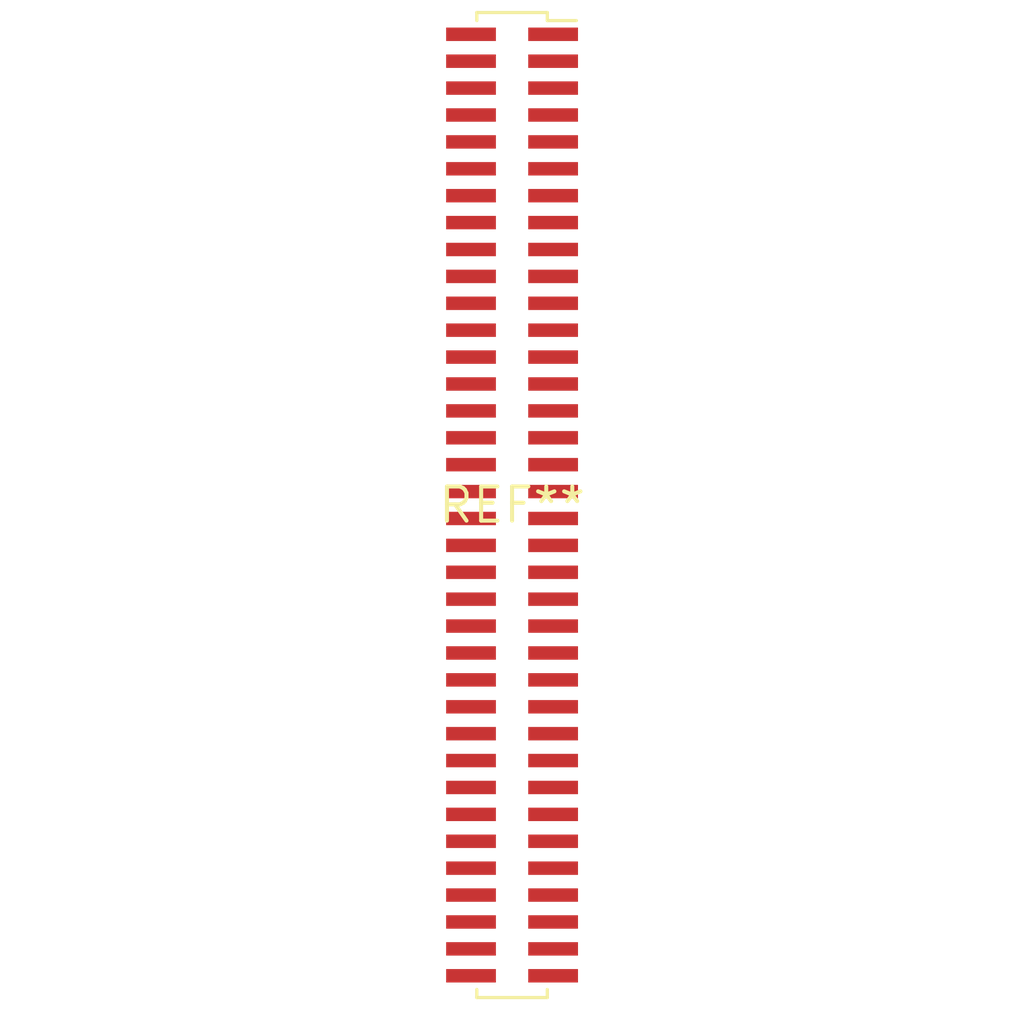
<source format=kicad_pcb>
(kicad_pcb (version 20240108) (generator pcbnew)
  (layers (0 "F.Cu" signal) (31 "B.Cu" signal) (34 "B.Paste" user) (35 "F.Paste" user) (36 "B.SilkS" user "B.Silkscreen") (37 "F.SilkS" user "F.Silkscreen") (38 "B.Mask" user) (39 "F.Mask" user) (44 "Edge.Cuts" user))
  (net 0 "")
  (footprint "PinSocket_2x36_P1.00mm_Vertical_SMD" (layer "F.Cu") (at 0 0)
    (property "Reference" "REF**")
    (property "Value" "PinSocket_2x36_P1.00mm_Vertical_SMD")
    (fp_line (start -1.31 -18.31) (end -1.31 -18.01) (layer "F.SilkS") (stroke (width 0.12)))
    (fp_line (start -1.31 -18.31) (end 1.31 -18.31) (layer "F.SilkS") (stroke (width 0.12)))
    (fp_line (start -1.31 18.01) (end -1.31 18.31) (layer "F.SilkS") (stroke (width 0.12)))
    (fp_line (start -1.31 18.31) (end 1.31 18.31) (layer "F.SilkS") (stroke (width 0.12)))
    (fp_line (start 1.31 -18.31) (end 1.31 -18.01) (layer "F.SilkS") (stroke (width 0.12)))
    (fp_line (start 1.31 -18.01) (end 2.39 -18.01) (layer "F.SilkS") (stroke (width 0.12)))
    (fp_line (start 1.31 18.01) (end 1.31 18.31) (layer "F.SilkS") (stroke (width 0.12)))
    (pad "1" smd rect (at 1.525 -17.5) (size 1.85 0.5) (layers "F.Cu" "F.Paste" "F.Mask"))
    (pad "2" smd rect (at -1.525 -17.5) (size 1.85 0.5) (layers "F.Cu" "F.Paste" "F.Mask"))
    (pad "3" smd rect (at 1.525 -16.5) (size 1.85 0.5) (layers "F.Cu" "F.Paste" "F.Mask"))
    (pad "4" smd rect (at -1.525 -16.5) (size 1.85 0.5) (layers "F.Cu" "F.Paste" "F.Mask"))
    (pad "5" smd rect (at 1.525 -15.5) (size 1.85 0.5) (layers "F.Cu" "F.Paste" "F.Mask"))
    (pad "6" smd rect (at -1.525 -15.5) (size 1.85 0.5) (layers "F.Cu" "F.Paste" "F.Mask"))
    (pad "7" smd rect (at 1.525 -14.5) (size 1.85 0.5) (layers "F.Cu" "F.Paste" "F.Mask"))
    (pad "8" smd rect (at -1.525 -14.5) (size 1.85 0.5) (layers "F.Cu" "F.Paste" "F.Mask"))
    (pad "9" smd rect (at 1.525 -13.5) (size 1.85 0.5) (layers "F.Cu" "F.Paste" "F.Mask"))
    (pad "10" smd rect (at -1.525 -13.5) (size 1.85 0.5) (layers "F.Cu" "F.Paste" "F.Mask"))
    (pad "11" smd rect (at 1.525 -12.5) (size 1.85 0.5) (layers "F.Cu" "F.Paste" "F.Mask"))
    (pad "12" smd rect (at -1.525 -12.5) (size 1.85 0.5) (layers "F.Cu" "F.Paste" "F.Mask"))
    (pad "13" smd rect (at 1.525 -11.5) (size 1.85 0.5) (layers "F.Cu" "F.Paste" "F.Mask"))
    (pad "14" smd rect (at -1.525 -11.5) (size 1.85 0.5) (layers "F.Cu" "F.Paste" "F.Mask"))
    (pad "15" smd rect (at 1.525 -10.5) (size 1.85 0.5) (layers "F.Cu" "F.Paste" "F.Mask"))
    (pad "16" smd rect (at -1.525 -10.5) (size 1.85 0.5) (layers "F.Cu" "F.Paste" "F.Mask"))
    (pad "17" smd rect (at 1.525 -9.5) (size 1.85 0.5) (layers "F.Cu" "F.Paste" "F.Mask"))
    (pad "18" smd rect (at -1.525 -9.5) (size 1.85 0.5) (layers "F.Cu" "F.Paste" "F.Mask"))
    (pad "19" smd rect (at 1.525 -8.5) (size 1.85 0.5) (layers "F.Cu" "F.Paste" "F.Mask"))
    (pad "20" smd rect (at -1.525 -8.5) (size 1.85 0.5) (layers "F.Cu" "F.Paste" "F.Mask"))
    (pad "21" smd rect (at 1.525 -7.5) (size 1.85 0.5) (layers "F.Cu" "F.Paste" "F.Mask"))
    (pad "22" smd rect (at -1.525 -7.5) (size 1.85 0.5) (layers "F.Cu" "F.Paste" "F.Mask"))
    (pad "23" smd rect (at 1.525 -6.5) (size 1.85 0.5) (layers "F.Cu" "F.Paste" "F.Mask"))
    (pad "24" smd rect (at -1.525 -6.5) (size 1.85 0.5) (layers "F.Cu" "F.Paste" "F.Mask"))
    (pad "25" smd rect (at 1.525 -5.5) (size 1.85 0.5) (layers "F.Cu" "F.Paste" "F.Mask"))
    (pad "26" smd rect (at -1.525 -5.5) (size 1.85 0.5) (layers "F.Cu" "F.Paste" "F.Mask"))
    (pad "27" smd rect (at 1.525 -4.5) (size 1.85 0.5) (layers "F.Cu" "F.Paste" "F.Mask"))
    (pad "28" smd rect (at -1.525 -4.5) (size 1.85 0.5) (layers "F.Cu" "F.Paste" "F.Mask"))
    (pad "29" smd rect (at 1.525 -3.5) (size 1.85 0.5) (layers "F.Cu" "F.Paste" "F.Mask"))
    (pad "30" smd rect (at -1.525 -3.5) (size 1.85 0.5) (layers "F.Cu" "F.Paste" "F.Mask"))
    (pad "31" smd rect (at 1.525 -2.5) (size 1.85 0.5) (layers "F.Cu" "F.Paste" "F.Mask"))
    (pad "32" smd rect (at -1.525 -2.5) (size 1.85 0.5) (layers "F.Cu" "F.Paste" "F.Mask"))
    (pad "33" smd rect (at 1.525 -1.5) (size 1.85 0.5) (layers "F.Cu" "F.Paste" "F.Mask"))
    (pad "34" smd rect (at -1.525 -1.5) (size 1.85 0.5) (layers "F.Cu" "F.Paste" "F.Mask"))
    (pad "35" smd rect (at 1.525 -0.5) (size 1.85 0.5) (layers "F.Cu" "F.Paste" "F.Mask"))
    (pad "36" smd rect (at -1.525 -0.5) (size 1.85 0.5) (layers "F.Cu" "F.Paste" "F.Mask"))
    (pad "37" smd rect (at 1.525 0.5) (size 1.85 0.5) (layers "F.Cu" "F.Paste" "F.Mask"))
    (pad "38" smd rect (at -1.525 0.5) (size 1.85 0.5) (layers "F.Cu" "F.Paste" "F.Mask"))
    (pad "39" smd rect (at 1.525 1.5) (size 1.85 0.5) (layers "F.Cu" "F.Paste" "F.Mask"))
    (pad "40" smd rect (at -1.525 1.5) (size 1.85 0.5) (layers "F.Cu" "F.Paste" "F.Mask"))
    (pad "41" smd rect (at 1.525 2.5) (size 1.85 0.5) (layers "F.Cu" "F.Paste" "F.Mask"))
    (pad "42" smd rect (at -1.525 2.5) (size 1.85 0.5) (layers "F.Cu" "F.Paste" "F.Mask"))
    (pad "43" smd rect (at 1.525 3.5) (size 1.85 0.5) (layers "F.Cu" "F.Paste" "F.Mask"))
    (pad "44" smd rect (at -1.525 3.5) (size 1.85 0.5) (layers "F.Cu" "F.Paste" "F.Mask"))
    (pad "45" smd rect (at 1.525 4.5) (size 1.85 0.5) (layers "F.Cu" "F.Paste" "F.Mask"))
    (pad "46" smd rect (at -1.525 4.5) (size 1.85 0.5) (layers "F.Cu" "F.Paste" "F.Mask"))
    (pad "47" smd rect (at 1.525 5.5) (size 1.85 0.5) (layers "F.Cu" "F.Paste" "F.Mask"))
    (pad "48" smd rect (at -1.525 5.5) (size 1.85 0.5) (layers "F.Cu" "F.Paste" "F.Mask"))
    (pad "49" smd rect (at 1.525 6.5) (size 1.85 0.5) (layers "F.Cu" "F.Paste" "F.Mask"))
    (pad "50" smd rect (at -1.525 6.5) (size 1.85 0.5) (layers "F.Cu" "F.Paste" "F.Mask"))
    (pad "51" smd rect (at 1.525 7.5) (size 1.85 0.5) (layers "F.Cu" "F.Paste" "F.Mask"))
    (pad "52" smd rect (at -1.525 7.5) (size 1.85 0.5) (layers "F.Cu" "F.Paste" "F.Mask"))
    (pad "53" smd rect (at 1.525 8.5) (size 1.85 0.5) (layers "F.Cu" "F.Paste" "F.Mask"))
    (pad "54" smd rect (at -1.525 8.5) (size 1.85 0.5) (layers "F.Cu" "F.Paste" "F.Mask"))
    (pad "55" smd rect (at 1.525 9.5) (size 1.85 0.5) (layers "F.Cu" "F.Paste" "F.Mask"))
    (pad "56" smd rect (at -1.525 9.5) (size 1.85 0.5) (layers "F.Cu" "F.Paste" "F.Mask"))
    (pad "57" smd rect (at 1.525 10.5) (size 1.85 0.5) (layers "F.Cu" "F.Paste" "F.Mask"))
    (pad "58" smd rect (at -1.525 10.5) (size 1.85 0.5) (layers "F.Cu" "F.Paste" "F.Mask"))
    (pad "59" smd rect (at 1.525 11.5) (size 1.85 0.5) (layers "F.Cu" "F.Paste" "F.Mask"))
    (pad "60" smd rect (at -1.525 11.5) (size 1.85 0.5) (layers "F.Cu" "F.Paste" "F.Mask"))
    (pad "61" smd rect (at 1.525 12.5) (size 1.85 0.5) (layers "F.Cu" "F.Paste" "F.Mask"))
    (pad "62" smd rect (at -1.525 12.5) (size 1.85 0.5) (layers "F.Cu" "F.Paste" "F.Mask"))
    (pad "63" smd rect (at 1.525 13.5) (size 1.85 0.5) (layers "F.Cu" "F.Paste" "F.Mask"))
    (pad "64" smd rect (at -1.525 13.5) (size 1.85 0.5) (layers "F.Cu" "F.Paste" "F.Mask"))
    (pad "65" smd rect (at 1.525 14.5) (size 1.85 0.5) (layers "F.Cu" "F.Paste" "F.Mask"))
    (pad "66" smd rect (at -1.525 14.5) (size 1.85 0.5) (layers "F.Cu" "F.Paste" "F.Mask"))
    (pad "67" smd rect (at 1.525 15.5) (size 1.85 0.5) (layers "F.Cu" "F.Paste" "F.Mask"))
    (pad "68" smd rect (at -1.525 15.5) (size 1.85 0.5) (layers "F.Cu" "F.Paste" "F.Mask"))
    (pad "69" smd rect (at 1.525 16.5) (size 1.85 0.5) (layers "F.Cu" "F.Paste" "F.Mask"))
    (pad "70" smd rect (at -1.525 16.5) (size 1.85 0.5) (layers "F.Cu" "F.Paste" "F.Mask"))
    (pad "71" smd rect (at 1.525 17.5) (size 1.85 0.5) (layers "F.Cu" "F.Paste" "F.Mask"))
    (pad "72" smd rect (at -1.525 17.5) (size 1.85 0.5) (layers "F.Cu" "F.Paste" "F.Mask"))
  )
)
</source>
